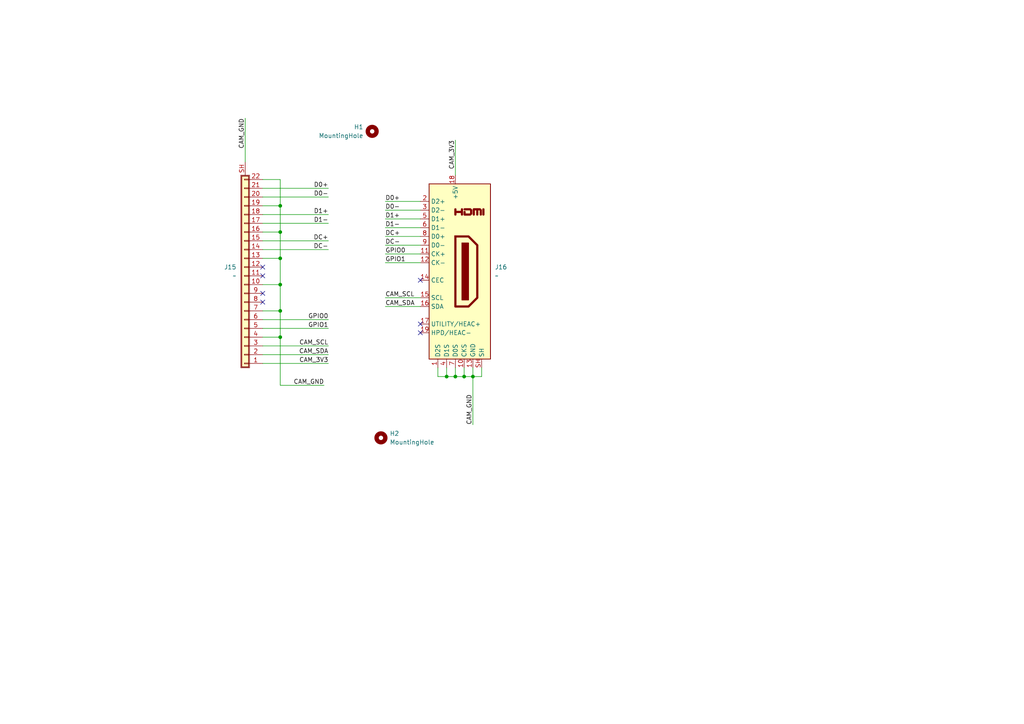
<source format=kicad_sch>
(kicad_sch (version 20211123) (generator eeschema)
  (paper "A4")
  (title_block (title "HDMI to CSI Conversion (Reversed)") (date "2022-11-28") (rev "1.0"))
  (lib_symbols
    (symbol "Connector:HDMI_C_1.4"
      (property "Reference" "J" (at -6.35 26.67 0))
      (property "Value" "HDMI_C_1.4" (at 10.16 26.67 0))
      (symbol "HDMI_C_1.4_0_0"
        (polyline (pts (xy 8.128 16.51) (xy 8.128 18.034)) (stroke (width 0.635)))
        (polyline (pts (xy 0 16.51) (xy 0 18.034) (xy 0 17.272) (xy 1.905 17.272) (xy 1.905 18.034) (xy 1.905 16.51)) (stroke (width 0.635)))
        (polyline (pts (xy 2.667 18.034) (xy 4.318 18.034) (xy 4.572 17.78) (xy 4.572 16.764) (xy 4.318 16.51) (xy 2.667 16.51) (xy 2.667 17.272)) (stroke (width 0.635)))
      )
      (symbol "HDMI_C_1.4_0_1"
        (rectangle (start -7.62 25.4) (end 10.16 -25.4) (stroke (width 0.254)) (fill (type background)))
        (polyline (pts (xy 0 10.16) (xy 3.81 10.16) (xy 6.35 7.62) (xy 6.35 -7.62) (xy 3.81 -10.16) (xy 0 -10.16) (xy 0 10.16)) (stroke (width 0.635)))
        (polyline (pts (xy 5.334 16.51) (xy 5.334 18.034) (xy 6.35 18.034) (xy 6.35 16.51) (xy 6.35 18.034) (xy 7.112 18.034) (xy 7.366 17.78) (xy 7.366 16.51)) (stroke (width 0.635)))
        (rectangle (start 1.905 8.255) (end 3.81 -8.255) (stroke (width 0.254)) (fill (type outline)))
      )
      (symbol "HDMI_C_1.4_1_1"
        (pin power_in line (at -5.08 -27.94 90) (length 2.54) (name "D2S") (number "1"))
        (pin power_in line (at 2.54 -27.94 90) (length 2.54) (name "CKS") (number "10"))
        (pin passive line (at -10.16 5.08 0) (length 2.54) (name "CK+") (number "11"))
        (pin passive line (at -10.16 2.54 0) (length 2.54) (name "CK-") (number "12"))
        (pin power_in line (at 5.08 -27.94 90) (length 2.54) (name "GND") (number "13"))
        (pin bidirectional line (at -10.16 -2.54 0) (length 2.54) (name "CEC") (number "14"))
        (pin passive line (at -10.16 -7.62 0) (length 2.54) (name "SCL") (number "15"))
        (pin bidirectional line (at -10.16 -10.16 0) (length 2.54) (name "SDA") (number "16"))
        (pin passive line (at -10.16 -15.24 0) (length 2.54) (name "UTILITY/HEAC+") (number "17"))
        (pin power_in line (at 0 27.94 270) (length 2.54) (name "+5V") (number "18"))
        (pin passive line (at -10.16 -17.78 0) (length 2.54) (name "HPD/HEAC-") (number "19"))
        (pin passive line (at -10.16 20.32 0) (length 2.54) (name "D2+") (number "2"))
        (pin passive line (at -10.16 17.78 0) (length 2.54) (name "D2-") (number "3"))
        (pin power_in line (at -2.54 -27.94 90) (length 2.54) (name "D1S") (number "4"))
        (pin passive line (at -10.16 15.24 0) (length 2.54) (name "D1+") (number "5"))
        (pin passive line (at -10.16 12.7 0) (length 2.54) (name "D1-") (number "6"))
        (pin power_in line (at 0 -27.94 90) (length 2.54) (name "D0S") (number "7"))
        (pin passive line (at -10.16 10.16 0) (length 2.54) (name "D0+") (number "8"))
        (pin passive line (at -10.16 7.62 0) (length 2.54) (name "D0-") (number "9"))
        (pin passive line (at 7.62 -27.94 90) (length 2.54) (name "SH") (number "SH"))
      )
    )
    (symbol "Connector_Generic_Shielded:Conn_01x22_Shielded" (pin_names (offset 1.016) hide)
      (property "Reference" "J" (at 0.254 27.686 0))
      (property "Value" "Conn_01x22_Shielded" (at 1.016 -30.226 0))
      (symbol "Conn_01x22_Shielded_1_1"
        (rectangle (start -1.27 26.67) (end 1.27 -29.21) (stroke (width 0.1524)))
        (rectangle (start -1.016 -27.813) (end 0.254 -28.067) (stroke (width 0.1524)))
        (rectangle (start -1.016 -25.273) (end 0.254 -25.527) (stroke (width 0.1524)))
        (rectangle (start -1.016 -22.733) (end 0.254 -22.987) (stroke (width 0.1524)))
        (rectangle (start -1.016 -20.193) (end 0.254 -20.447) (stroke (width 0.1524)))
        (rectangle (start -1.016 -17.653) (end 0.254 -17.907) (stroke (width 0.1524)))
        (rectangle (start -1.016 -15.113) (end 0.254 -15.367) (stroke (width 0.1524)))
        (rectangle (start -1.016 -12.573) (end 0.254 -12.827) (stroke (width 0.1524)))
        (rectangle (start -1.016 -10.033) (end 0.254 -10.287) (stroke (width 0.1524)))
        (rectangle (start -1.016 -7.493) (end 0.254 -7.747) (stroke (width 0.1524)))
        (rectangle (start -1.016 -4.953) (end 0.254 -5.207) (stroke (width 0.1524)))
        (rectangle (start -1.016 -2.413) (end 0.254 -2.667) (stroke (width 0.1524)))
        (rectangle (start -1.016 0.127) (end 0.254 -0.127) (stroke (width 0.1524)))
        (rectangle (start -1.016 2.667) (end 0.254 2.413) (stroke (width 0.1524)))
        (rectangle (start -1.016 5.207) (end 0.254 4.953) (stroke (width 0.1524)))
        (rectangle (start -1.016 7.747) (end 0.254 7.493) (stroke (width 0.1524)))
        (rectangle (start -1.016 10.287) (end 0.254 10.033) (stroke (width 0.1524)))
        (rectangle (start -1.016 12.827) (end 0.254 12.573) (stroke (width 0.1524)))
        (rectangle (start -1.016 15.367) (end 0.254 15.113) (stroke (width 0.1524)))
        (rectangle (start -1.016 17.907) (end 0.254 17.653) (stroke (width 0.1524)))
        (rectangle (start -1.016 20.447) (end 0.254 20.193) (stroke (width 0.1524)))
        (rectangle (start -1.016 22.987) (end 0.254 22.733) (stroke (width 0.1524)))
        (rectangle (start -1.016 25.527) (end 0.254 25.273) (stroke (width 0.1524)))
        (rectangle (start -1.016 26.416) (end 1.016 -28.956) (stroke (width 0.254)) (fill (type background)))
        (pin passive line (at -5.08 25.4 0) (length 4.064) (name "Pin_1") (number "1"))
        (pin passive line (at -5.08 2.54 0) (length 4.064) (name "Pin_10") (number "10"))
        (pin passive line (at -5.08 0 0) (length 4.064) (name "Pin_11") (number "11"))
        (pin passive line (at -5.08 -2.54 0) (length 4.064) (name "Pin_12") (number "12"))
        (pin passive line (at -5.08 -5.08 0) (length 4.064) (name "Pin_13") (number "13"))
        (pin passive line (at -5.08 -7.62 0) (length 4.064) (name "Pin_14") (number "14"))
        (pin passive line (at -5.08 -10.16 0) (length 4.064) (name "Pin_15") (number "15"))
        (pin passive line (at -5.08 -12.7 0) (length 4.064) (name "Pin_16") (number "16"))
        (pin passive line (at -5.08 -15.24 0) (length 4.064) (name "Pin_17") (number "17"))
        (pin passive line (at -5.08 -17.78 0) (length 4.064) (name "Pin_18") (number "18"))
        (pin passive line (at -5.08 -20.32 0) (length 4.064) (name "Pin_19") (number "19"))
        (pin passive line (at -5.08 22.86 0) (length 4.064) (name "Pin_2") (number "2"))
        (pin passive line (at -5.08 -22.86 0) (length 4.064) (name "Pin_20") (number "20"))
        (pin passive line (at -5.08 -25.4 0) (length 4.064) (name "Pin_21") (number "21"))
        (pin passive line (at -5.08 -27.94 0) (length 4.064) (name "Pin_22") (number "22"))
        (pin passive line (at -5.08 20.32 0) (length 4.064) (name "Pin_3") (number "3"))
        (pin passive line (at -5.08 17.78 0) (length 4.064) (name "Pin_4") (number "4"))
        (pin passive line (at -5.08 15.24 0) (length 4.064) (name "Pin_5") (number "5"))
        (pin passive line (at -5.08 12.7 0) (length 4.064) (name "Pin_6") (number "6"))
        (pin passive line (at -5.08 10.16 0) (length 4.064) (name "Pin_7") (number "7"))
        (pin passive line (at -5.08 7.62 0) (length 4.064) (name "Pin_8") (number "8"))
        (pin passive line (at -5.08 5.08 0) (length 4.064) (name "Pin_9") (number "9"))
        (pin passive line (at 0 -33.02 90) (length 3.81) (name "Shield") (number "SH"))
      )
    )
    (symbol "Mechanical:MountingHole" (pin_names (offset 1.016))
      (property "Reference" "H" (at 0 5.08 0))
      (property "Value" "MountingHole" (at 0 3.175 0))
      (symbol "MountingHole_0_1"
        (circle (center 0 0) (radius 1.27) (stroke (width 1.27)))
      )
    )
  )
  (junction (at 81.28 97.79))
  (junction (at 132.08 109.22))
  (junction (at 81.28 82.55))
  (junction (at 81.28 90.17))
  (junction (at 134.62 109.22))
  (junction (at 129.54 109.22))
  (junction (at 81.28 67.31))
  (junction (at 137.16 109.22))
  (junction (at 81.28 59.69))
  (junction (at 81.28 74.93))
  (no_connect (at 76.2 77.47))
  (no_connect (at 76.2 80.01))
  (no_connect (at 76.2 87.63))
  (no_connect (at 121.92 81.28))
  (no_connect (at 121.92 96.52))
  (no_connect (at 121.92 93.98))
  (no_connect (at 76.2 85.09))
  (wire (pts (xy 139.7 109.22) (xy 137.16 109.22)))
  (wire (pts (xy 76.2 90.17) (xy 81.28 90.17)))
  (wire (pts (xy 132.08 109.22) (xy 134.62 109.22)))
  (wire (pts (xy 111.76 73.66) (xy 121.92 73.66)))
  (wire (pts (xy 127 109.22) (xy 129.54 109.22)))
  (wire (pts (xy 76.2 67.31) (xy 81.28 67.31)))
  (wire (pts (xy 81.28 74.93) (xy 81.28 82.55)))
  (wire (pts (xy 81.28 67.31) (xy 81.28 74.93)))
  (wire (pts (xy 121.92 68.58) (xy 111.76 68.58)))
  (wire (pts (xy 76.2 54.61) (xy 95.25 54.61)))
  (wire (pts (xy 121.92 58.42) (xy 111.76 58.42)))
  (wire (pts (xy 121.92 60.96) (xy 111.76 60.96)))
  (wire (pts (xy 132.08 106.68) (xy 132.08 109.22)))
  (wire (pts (xy 76.2 95.25) (xy 95.25 95.25)))
  (wire (pts (xy 81.28 82.55) (xy 81.28 90.17)))
  (wire (pts (xy 76.2 82.55) (xy 81.28 82.55)))
  (wire (pts (xy 121.92 63.5) (xy 111.76 63.5)))
  (wire (pts (xy 137.16 109.22) (xy 137.16 123.19)))
  (wire (pts (xy 121.92 86.36) (xy 111.76 86.36)))
  (wire (pts (xy 134.62 106.68) (xy 134.62 109.22)))
  (wire (pts (xy 76.2 64.77) (xy 95.25 64.77)))
  (wire (pts (xy 132.08 50.8) (xy 132.08 40.64)))
  (wire (pts (xy 81.28 90.17) (xy 81.28 97.79)))
  (wire (pts (xy 76.2 97.79) (xy 81.28 97.79)))
  (wire (pts (xy 139.7 106.68) (xy 139.7 109.22)))
  (wire (pts (xy 71.12 46.99) (xy 71.12 34.29)))
  (wire (pts (xy 121.92 71.12) (xy 111.76 71.12)))
  (wire (pts (xy 111.76 76.2) (xy 121.92 76.2)))
  (wire (pts (xy 129.54 106.68) (xy 129.54 109.22)))
  (wire (pts (xy 127 106.68) (xy 127 109.22)))
  (wire (pts (xy 81.28 59.69) (xy 81.28 67.31)))
  (wire (pts (xy 137.16 106.68) (xy 137.16 109.22)))
  (wire (pts (xy 76.2 102.87) (xy 95.25 102.87)))
  (wire (pts (xy 76.2 74.93) (xy 81.28 74.93)))
  (wire (pts (xy 76.2 105.41) (xy 95.25 105.41)))
  (wire (pts (xy 76.2 92.71) (xy 95.25 92.71)))
  (wire (pts (xy 76.2 69.85) (xy 95.25 69.85)))
  (wire (pts (xy 76.2 52.07) (xy 81.28 52.07)))
  (wire (pts (xy 76.2 62.23) (xy 95.25 62.23)))
  (wire (pts (xy 121.92 66.04) (xy 111.76 66.04)))
  (wire (pts (xy 76.2 57.15) (xy 95.25 57.15)))
  (wire (pts (xy 76.2 72.39) (xy 95.25 72.39)))
  (wire (pts (xy 81.28 97.79) (xy 81.28 111.76)))
  (wire (pts (xy 134.62 109.22) (xy 137.16 109.22)))
  (wire (pts (xy 76.2 100.33) (xy 95.25 100.33)))
  (wire (pts (xy 76.2 59.69) (xy 81.28 59.69)))
  (wire (pts (xy 129.54 109.22) (xy 132.08 109.22)))
  (wire (pts (xy 81.28 111.76) (xy 93.98 111.76)))
  (wire (pts (xy 121.92 88.9) (xy 111.76 88.9)))
  (wire (pts (xy 81.28 52.07) (xy 81.28 59.69)))
  (label "GPIO1" (at 111.76 76.2 0))
  (label "D0+" (at 111.76 58.42 0))
  (label "CAM_3V3" (at 95.25 105.41 180))
  (label "DC+" (at 111.76 68.58 0))
  (label "D0+" (at 95.25 54.61 180))
  (label "DC+" (at 95.25 69.85 180))
  (label "D1+" (at 95.25 62.23 180))
  (label "D0-" (at 95.25 57.15 180))
  (label "CAM_SCL" (at 111.76 86.36 0))
  (label "CAM_3V3" (at 132.08 40.64 270))
  (label "D1+" (at 111.76 63.5 0))
  (label "CAM_GND" (at 137.16 123.19 90))
  (label "GPIO1" (at 95.25 95.25 180))
  (label "D1-" (at 111.76 66.04 0))
  (label "CAM_GND" (at 71.12 34.29 270))
  (label "D1-" (at 95.25 64.77 180))
  (label "CAM_SDA" (at 95.25 102.87 180))
  (label "DC-" (at 111.76 71.12 0))
  (label "CAM_SCL" (at 95.25 100.33 180))
  (label "CAM_SDA" (at 111.76 88.9 0))
  (label "GPIO0" (at 111.76 73.66 0))
  (label "D0-" (at 111.76 60.96 0))
  (label "DC-" (at 95.25 72.39 180))
  (label "CAM_GND" (at 93.98 111.76 180))
  (label "GPIO0" (at 95.25 92.71 180))
  (symbol (lib_id "Connector:HDMI_C_1.4") (at 132.08 78.74 0) (unit 1)
    (property "Reference" "J16" (at 143.51 77.4699 0) (effects (justify left)))
    (property "Value" "~" (at 143.51 80.0099 0) (effects (justify left)))
    (property "Datasheet" "http://pinoutguide.com/PortableDevices/mini_hdmi_pinout.shtml" (effects hide))
  )
  (symbol (lib_id "Mechanical:MountingHole") (at 107.95 38.1 0) (unit 1)
    (property "Reference" "H1" (at 105.41 36.8299 0) (effects (justify right)))
    (property "Value" "MountingHole" (at 105.41 39.3699 0) (effects (justify right)))
    (property "Footprint" "MountingHole:MountingHole_2.5mm" (effects hide))
  )
  (symbol (lib_id "Mechanical:MountingHole") (at 110.49 127 0) (unit 1)
    (property "Reference" "H2" (at 113.03 125.7299 0) (effects (justify left)))
    (property "Value" "MountingHole" (at 113.03 128.2699 0) (effects (justify left)))
    (property "Footprint" "custom-footprints:mousebite" (effects hide))
  )
  (symbol (lib_id "Connector_Generic_Shielded:Conn_01x22_Shielded") (at 71.12 80.01 180) (unit 1)
    (property "Reference" "J15" (at 68.58 77.4699 0) (effects (justify left)))
    (property "Value" "~" (at 68.58 80.0099 0) (effects (justify left)))
  )
)
</source>
